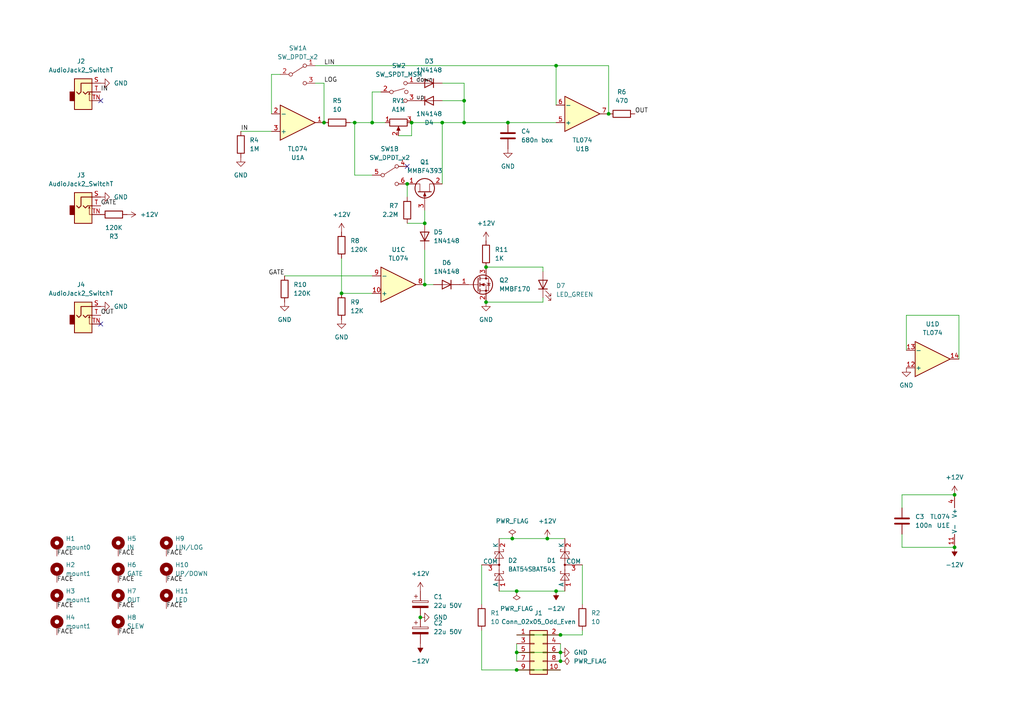
<source format=kicad_sch>
(kicad_sch (version 20230121) (generator eeschema)
  (paper "A4")
  (lib_symbols
    (symbol "Amplifier_Operational:TL074" (pin_names (offset 0.127))
      (property "Reference" "U" (at 0 5.08 0))
      (property "Value" "TL074" (at 0 -5.08 0))
      (symbol "TL074_1_1"
        (polyline (pts (xy -5.08 5.08) (xy 5.08 0) (xy -5.08 -5.08) (xy -5.08 5.08)) (stroke (width 0.254)) (fill (type background)))
        (pin output line (at 7.62 0 180) (length 2.54) (name "~") (number "1"))
        (pin input line (at -7.62 -2.54 0) (length 2.54) (name "-") (number "2"))
        (pin input line (at -7.62 2.54 0) (length 2.54) (name "+") (number "3"))
      )
      (symbol "TL074_2_1"
        (polyline (pts (xy -5.08 5.08) (xy 5.08 0) (xy -5.08 -5.08) (xy -5.08 5.08)) (stroke (width 0.254)) (fill (type background)))
        (pin input line (at -7.62 2.54 0) (length 2.54) (name "+") (number "5"))
        (pin input line (at -7.62 -2.54 0) (length 2.54) (name "-") (number "6"))
        (pin output line (at 7.62 0 180) (length 2.54) (name "~") (number "7"))
      )
      (symbol "TL074_3_1"
        (polyline (pts (xy -5.08 5.08) (xy 5.08 0) (xy -5.08 -5.08) (xy -5.08 5.08)) (stroke (width 0.254)) (fill (type background)))
        (pin input line (at -7.62 2.54 0) (length 2.54) (name "+") (number "10"))
        (pin output line (at 7.62 0 180) (length 2.54) (name "~") (number "8"))
        (pin input line (at -7.62 -2.54 0) (length 2.54) (name "-") (number "9"))
      )
      (symbol "TL074_4_1"
        (polyline (pts (xy -5.08 5.08) (xy 5.08 0) (xy -5.08 -5.08) (xy -5.08 5.08)) (stroke (width 0.254)) (fill (type background)))
        (pin input line (at -7.62 2.54 0) (length 2.54) (name "+") (number "12"))
        (pin input line (at -7.62 -2.54 0) (length 2.54) (name "-") (number "13"))
        (pin output line (at 7.62 0 180) (length 2.54) (name "~") (number "14"))
      )
      (symbol "TL074_5_1"
        (pin power_in line (at -2.54 -7.62 90) (length 3.81) (name "V-") (number "11"))
        (pin power_in line (at -2.54 7.62 270) (length 3.81) (name "V+") (number "4"))
      )
    )
    (symbol "Device:C" (pin_numbers hide) (pin_names (offset 0.254))
      (property "Reference" "C" (at 0.635 2.54 0))
      (property "Value" "C" (at 0.635 -2.54 0))
      (symbol "C_0_1"
        (polyline (pts (xy -2.032 -0.762) (xy 2.032 -0.762)) (stroke (width 0.508)))
        (polyline (pts (xy -2.032 0.762) (xy 2.032 0.762)) (stroke (width 0.508)))
      )
      (symbol "C_1_1"
        (pin passive line (at 0 3.81 270) (length 2.794) (name "~") (number "1"))
        (pin passive line (at 0 -3.81 90) (length 2.794) (name "~") (number "2"))
      )
    )
    (symbol "Device:C_Polarized" (pin_numbers hide) (pin_names (offset 0.254))
      (property "Reference" "C" (at 0.635 2.54 0))
      (property "Value" "C_Polarized" (at 0.635 -2.54 0))
      (symbol "C_Polarized_0_1"
        (rectangle (start -2.286 0.508) (end 2.286 1.016))
        (polyline (pts (xy -1.778 2.286) (xy -0.762 2.286)))
        (polyline (pts (xy -1.27 2.794) (xy -1.27 1.778)))
        (rectangle (start 2.286 -0.508) (end -2.286 -1.016) (fill (type outline)))
      )
      (symbol "C_Polarized_1_1"
        (pin passive line (at 0 3.81 270) (length 2.794) (name "~") (number "1"))
        (pin passive line (at 0 -3.81 90) (length 2.794) (name "~") (number "2"))
      )
    )
    (symbol "Device:D" (pin_numbers hide) (pin_names (offset 1.016) hide)
      (property "Reference" "D" (at 0 2.54 0))
      (property "Value" "D" (at 0 -2.54 0))
      (symbol "D_0_1"
        (polyline (pts (xy -1.27 1.27) (xy -1.27 -1.27)) (stroke (width 0.254)))
        (polyline (pts (xy 1.27 0) (xy -1.27 0)))
        (polyline (pts (xy 1.27 1.27) (xy 1.27 -1.27) (xy -1.27 0) (xy 1.27 1.27)) (stroke (width 0.254)))
      )
      (symbol "D_1_1"
        (pin passive line (at -3.81 0 0) (length 2.54) (name "K") (number "1"))
        (pin passive line (at 3.81 0 180) (length 2.54) (name "A") (number "2"))
      )
    )
    (symbol "Device:LED" (pin_numbers hide) (pin_names (offset 1.016) hide)
      (property "Reference" "D" (at 0 2.54 0))
      (property "Value" "LED" (at 0 -2.54 0))
      (symbol "LED_0_1"
        (polyline (pts (xy -1.27 -1.27) (xy -1.27 1.27)) (stroke (width 0.254)))
        (polyline (pts (xy -1.27 0) (xy 1.27 0)))
        (polyline (pts (xy 1.27 -1.27) (xy 1.27 1.27) (xy -1.27 0) (xy 1.27 -1.27)) (stroke (width 0.254)))
        (polyline (pts (xy -3.048 -0.762) (xy -4.572 -2.286) (xy -3.81 -2.286) (xy -4.572 -2.286) (xy -4.572 -1.524)))
        (polyline (pts (xy -1.778 -0.762) (xy -3.302 -2.286) (xy -2.54 -2.286) (xy -3.302 -2.286) (xy -3.302 -1.524)))
      )
      (symbol "LED_1_1"
        (pin passive line (at -3.81 0 0) (length 2.54) (name "K") (number "1"))
        (pin passive line (at 3.81 0 180) (length 2.54) (name "A") (number "2"))
      )
    )
    (symbol "Device:R" (pin_numbers hide) (pin_names (offset 0))
      (property "Reference" "R" (at 2.032 0 90))
      (property "Value" "R" (at 0 0 90))
      (symbol "R_0_1"
        (rectangle (start -1.016 -2.54) (end 1.016 2.54) (stroke (width 0.254)))
      )
      (symbol "R_1_1"
        (pin passive line (at 0 3.81 270) (length 1.27) (name "~") (number "1"))
        (pin passive line (at 0 -3.81 90) (length 1.27) (name "~") (number "2"))
      )
    )
    (symbol "Device:R_Potentiometer" (pin_names (offset 1.016) hide)
      (property "Reference" "RV" (at -4.445 0 90))
      (property "Value" "R_Potentiometer" (at -2.54 0 90))
      (symbol "R_Potentiometer_0_1"
        (polyline (pts (xy 2.54 0) (xy 1.524 0)))
        (polyline (pts (xy 1.143 0) (xy 2.286 0.508) (xy 2.286 -0.508) (xy 1.143 0)) (fill (type outline)))
        (rectangle (start 1.016 2.54) (end -1.016 -2.54) (stroke (width 0.254)))
      )
      (symbol "R_Potentiometer_1_1"
        (pin passive line (at 0 3.81 270) (length 1.27) (name "1") (number "1"))
        (pin passive line (at 3.81 0 180) (length 1.27) (name "2") (number "2"))
        (pin passive line (at 0 -3.81 90) (length 1.27) (name "3") (number "3"))
      )
    )
    (symbol "Eurorack:AudioJack2_SwitchT"
      (property "Reference" "J" (at 0 8.89 0))
      (property "Value" "AudioJack2_SwitchT" (at 0 6.35 0))
      (symbol "AudioJack2_SwitchT_0_1"
        (rectangle (start -2.54 0) (end -3.81 -2.54) (stroke (width 0.254)) (fill (type outline)))
        (rectangle (start -2.54 3.81) (end 2.54 -5.08) (stroke (width 0.254)) (fill (type background)))
        (polyline (pts (xy 1.778 -0.254) (xy 2.032 -0.762)))
        (polyline (pts (xy 0 0) (xy 0.635 -0.635) (xy 1.27 0) (xy 2.54 0)) (stroke (width 0.254)))
        (polyline (pts (xy 2.54 -2.54) (xy 1.778 -2.54) (xy 1.778 -0.254) (xy 1.524 -0.762)))
        (polyline (pts (xy 2.54 2.54) (xy -0.635 2.54) (xy -0.635 0) (xy -1.27 -0.635) (xy -1.905 0)) (stroke (width 0.254)))
      )
      (symbol "AudioJack2_SwitchT_1_1"
        (pin passive line (at 5.08 2.54 180) (length 2.54) (name "~") (number "S"))
        (pin passive line (at 5.08 0 180) (length 2.54) (name "~") (number "T"))
        (pin passive line (at 5.08 -2.54 180) (length 2.54) (name "~") (number "TN"))
      )
    )
    (symbol "Eurorack:BAT54S" (pin_names (offset 0))
      (property "Reference" "D" (at 2.54 -5.08 0))
      (property "Value" "BAT54S" (at -6.35 3.175 0))
      (symbol "BAT54S_0_1"
        (polyline (pts (xy -3.81 0) (xy -1.27 0)))
        (polyline (pts (xy -3.175 -1.27) (xy -3.175 -1.016)))
        (polyline (pts (xy -2.54 -1.27) (xy -3.175 -1.27)))
        (polyline (pts (xy -2.54 -1.27) (xy -2.54 1.27)))
        (polyline (pts (xy -2.54 1.27) (xy -1.905 1.27)))
        (polyline (pts (xy -1.905 0) (xy 1.905 0)))
        (polyline (pts (xy -1.905 1.27) (xy -1.905 1.016)))
        (polyline (pts (xy 1.27 0) (xy 3.81 0)))
        (polyline (pts (xy 3.175 -1.27) (xy 3.175 -1.016)))
        (polyline (pts (xy 3.81 -1.27) (xy 3.175 -1.27)))
        (polyline (pts (xy 3.81 -1.27) (xy 3.81 1.27)))
        (polyline (pts (xy 3.81 1.27) (xy 4.445 1.27)))
        (polyline (pts (xy 4.445 1.27) (xy 4.445 1.016)))
        (polyline (pts (xy -4.445 1.27) (xy -4.445 -1.27) (xy -2.54 0) (xy -4.445 1.27)))
        (polyline (pts (xy 1.905 1.27) (xy 1.905 -1.27) (xy 3.81 0) (xy 1.905 1.27)))
        (circle (center 0 0) (radius 0.254) (fill (type outline)))
      )
      (symbol "BAT54S_1_1"
        (pin passive line (at -7.62 0 0) (length 3.81) (name "A") (number "1"))
        (pin passive line (at 7.62 0 180) (length 3.81) (name "K") (number "2"))
        (pin passive line (at 0 -5.08 90) (length 5.08) (name "COM") (number "3"))
      )
    )
    (symbol "Eurorack:Conn_02x05_Odd_Even" (pin_names (offset 1.016) hide)
      (property "Reference" "J" (at 1.27 7.62 0))
      (property "Value" "Conn_02x05_Odd_Even" (at 1.27 -7.62 0))
      (symbol "Conn_02x05_Odd_Even_1_1"
        (rectangle (start -1.27 -4.953) (end 0 -5.207) (stroke (width 0.1524)))
        (rectangle (start -1.27 -2.413) (end 0 -2.667) (stroke (width 0.1524)))
        (rectangle (start -1.27 0.127) (end 0 -0.127) (stroke (width 0.1524)))
        (rectangle (start -1.27 2.667) (end 0 2.413) (stroke (width 0.1524)))
        (rectangle (start -1.27 5.207) (end 0 4.953) (stroke (width 0.1524)))
        (rectangle (start -1.27 6.35) (end 3.81 -6.35) (stroke (width 0.254)) (fill (type background)))
        (rectangle (start 3.81 -4.953) (end 2.54 -5.207) (stroke (width 0.1524)))
        (rectangle (start 3.81 -2.413) (end 2.54 -2.667) (stroke (width 0.1524)))
        (rectangle (start 3.81 0.127) (end 2.54 -0.127) (stroke (width 0.1524)))
        (rectangle (start 3.81 2.667) (end 2.54 2.413) (stroke (width 0.1524)))
        (rectangle (start 3.81 5.207) (end 2.54 4.953) (stroke (width 0.1524)))
        (pin passive line (at -5.08 5.08 0) (length 3.81) (name "Pin_1") (number "1"))
        (pin passive line (at 7.62 -5.08 180) (length 3.81) (name "Pin_10") (number "10"))
        (pin passive line (at 7.62 5.08 180) (length 3.81) (name "Pin_2") (number "2"))
        (pin passive line (at -5.08 2.54 0) (length 3.81) (name "Pin_3") (number "3"))
        (pin passive line (at 7.62 2.54 180) (length 3.81) (name "Pin_4") (number "4"))
        (pin passive line (at -5.08 0 0) (length 3.81) (name "Pin_5") (number "5"))
        (pin passive line (at 7.62 0 180) (length 3.81) (name "Pin_6") (number "6"))
        (pin passive line (at -5.08 -2.54 0) (length 3.81) (name "Pin_7") (number "7"))
        (pin passive line (at 7.62 -2.54 180) (length 3.81) (name "Pin_8") (number "8"))
        (pin passive line (at -5.08 -5.08 0) (length 3.81) (name "Pin_9") (number "9"))
      )
    )
    (symbol "Eurorack:MountingHole_Pad_Output" (pin_numbers hide) (pin_names (offset 1.016) hide) (in_bom no)
      (property "Reference" "H" (at 0 6.35 0))
      (property "Value" "MountingHole_Pad_Output" (at 0 4.445 0))
      (symbol "MountingHole_Pad_Output_0_1"
        (circle (center 0 1.27) (radius 1.27) (stroke (width 1.27)))
      )
      (symbol "MountingHole_Pad_Output_1_1"
        (pin output line (at 0 -2.54 90) (length 2.54) (name "1") (number "1"))
      )
    )
    (symbol "Mechanical:MountingHole_Pad" (pin_numbers hide) (pin_names (offset 1.016) hide)
      (property "Reference" "H" (at 0 6.35 0))
      (property "Value" "MountingHole_Pad" (at 0 4.445 0))
      (symbol "MountingHole_Pad_0_1"
        (circle (center 0 1.27) (radius 1.27) (stroke (width 1.27)))
      )
      (symbol "MountingHole_Pad_1_1"
        (pin input line (at 0 -2.54 90) (length 2.54) (name "1") (number "1"))
      )
    )
    (symbol "Switch:SW_DPDT_x2" (pin_names (offset 0) hide)
      (property "Reference" "SW" (at 0 4.318 0))
      (property "Value" "SW_DPDT_x2" (at 0 -5.08 0))
      (symbol "SW_DPDT_x2_0_0"
        (circle (center -2.032 0) (radius 0.508))
        (circle (center 2.032 -2.54) (radius 0.508))
      )
      (symbol "SW_DPDT_x2_0_1"
        (polyline (pts (xy -1.524 0.254) (xy 1.651 2.286)))
        (circle (center 2.032 2.54) (radius 0.508))
      )
      (symbol "SW_DPDT_x2_1_1"
        (pin passive line (at 5.08 2.54 180) (length 2.54) (name "A") (number "1"))
        (pin passive line (at -5.08 0 0) (length 2.54) (name "B") (number "2"))
        (pin passive line (at 5.08 -2.54 180) (length 2.54) (name "C") (number "3"))
      )
      (symbol "SW_DPDT_x2_2_1"
        (pin passive line (at 5.08 2.54 180) (length 2.54) (name "A") (number "4"))
        (pin passive line (at -5.08 0 0) (length 2.54) (name "B") (number "5"))
        (pin passive line (at 5.08 -2.54 180) (length 2.54) (name "C") (number "6"))
      )
    )
    (symbol "Switch:SW_SPDT_MSM" (pin_names (offset 0) hide)
      (property "Reference" "SW" (at 0 5.08 0))
      (property "Value" "SW_SPDT_MSM" (at 0 -5.08 0))
      (symbol "SW_SPDT_MSM_0_0"
        (circle (center -2.032 0) (radius 0.508))
        (polyline (pts (xy -1.524 0.127) (xy 1.778 1.016)))
        (circle (center 2.032 -2.54) (radius 0.508))
      )
      (symbol "SW_SPDT_MSM_0_1"
        (circle (center 2.032 2.54) (radius 0.508))
        (circle (center 2.286 0) (radius 0.508))
      )
      (symbol "SW_SPDT_MSM_1_1"
        (pin passive line (at 5.08 2.54 180) (length 2.54) (name "1") (number "1"))
        (pin passive line (at -5.08 0 0) (length 2.54) (name "2") (number "2"))
        (pin passive line (at 5.08 -2.54 180) (length 2.54) (name "3") (number "3"))
      )
    )
    (symbol "Transistor_FET:MMBF170" (pin_names hide)
      (property "Reference" "Q" (at 5.08 1.905 0))
      (property "Value" "MMBF170" (at 5.08 0 0))
      (symbol "MMBF170_0_1"
        (polyline (pts (xy 0.254 0) (xy -2.54 0)))
        (polyline (pts (xy 0.254 1.905) (xy 0.254 -1.905)) (stroke (width 0.254)))
        (polyline (pts (xy 0.762 -1.27) (xy 0.762 -2.286)) (stroke (width 0.254)))
        (polyline (pts (xy 0.762 0.508) (xy 0.762 -0.508)) (stroke (width 0.254)))
        (polyline (pts (xy 0.762 2.286) (xy 0.762 1.27)) (stroke (width 0.254)))
        (polyline (pts (xy 2.54 2.54) (xy 2.54 1.778)))
        (polyline (pts (xy 2.54 -2.54) (xy 2.54 0) (xy 0.762 0)))
        (polyline (pts (xy 0.762 -1.778) (xy 3.302 -1.778) (xy 3.302 1.778) (xy 0.762 1.778)))
        (polyline (pts (xy 1.016 0) (xy 2.032 0.381) (xy 2.032 -0.381) (xy 1.016 0)) (fill (type outline)))
        (polyline (pts (xy 2.794 0.508) (xy 2.921 0.381) (xy 3.683 0.381) (xy 3.81 0.254)))
        (polyline (pts (xy 3.302 0.381) (xy 2.921 -0.254) (xy 3.683 -0.254) (xy 3.302 0.381)))
        (circle (center 1.651 0) (radius 2.794) (stroke (width 0.254)))
        (circle (center 2.54 -1.778) (radius 0.254) (fill (type outline)))
        (circle (center 2.54 1.778) (radius 0.254) (fill (type outline)))
      )
      (symbol "MMBF170_1_1"
        (pin input line (at -5.08 0 0) (length 2.54) (name "G") (number "1"))
        (pin passive line (at 2.54 -5.08 90) (length 2.54) (name "S") (number "2"))
        (pin passive line (at 2.54 5.08 270) (length 2.54) (name "D") (number "3"))
      )
    )
    (symbol "Transistor_FET:MMBF4393" (pin_names hide)
      (property "Reference" "Q" (at 5.08 1.905 0))
      (property "Value" "MMBF4393" (at 5.08 0 0))
      (symbol "MMBF4393_0_1"
        (polyline (pts (xy 0.254 0) (xy -2.54 0)))
        (polyline (pts (xy 0.254 1.905) (xy 0.254 -1.905)) (stroke (width 0.254)))
        (polyline (pts (xy 2.54 -2.54) (xy 2.54 -1.397) (xy 0.254 -1.397)))
        (polyline (pts (xy 2.54 2.54) (xy 2.54 1.397) (xy 0.254 1.397)))
        (polyline (pts (xy 0 0) (xy -1.016 0.381) (xy -1.016 -0.381) (xy 0 0)) (fill (type outline)))
        (circle (center 1.27 0) (radius 2.8194) (stroke (width 0.254)))
      )
      (symbol "MMBF4393_1_1"
        (pin passive line (at 2.54 5.08 270) (length 2.54) (name "D") (number "1"))
        (pin passive line (at 2.54 -5.08 90) (length 2.54) (name "S") (number "2"))
        (pin input line (at -5.08 0 0) (length 2.54) (name "G") (number "3"))
      )
    )
    (symbol "power:+12V" (power) (pin_names (offset 0))
      (property "Value" "+12V" (at 0 3.556 0))
      (symbol "+12V_0_1"
        (polyline (pts (xy -0.762 1.27) (xy 0 2.54)))
        (polyline (pts (xy 0 0) (xy 0 2.54)))
        (polyline (pts (xy 0 2.54) (xy 0.762 1.27)))
      )
      (symbol "+12V_1_1"
        (pin power_in line (at 0 0 90) (length 0) hide (name "+12V") (number "1"))
      )
    )
    (symbol "power:-12V" (power) (pin_names (offset 0))
      (property "Value" "-12V" (at 0 3.81 0))
      (symbol "-12V_0_0"
        (pin power_in line (at 0 0 90) (length 0) hide (name "-12V") (number "1"))
      )
      (symbol "-12V_0_1"
        (polyline (pts (xy 0 0) (xy 0 1.27) (xy 0.762 1.27) (xy 0 2.54) (xy -0.762 1.27) (xy 0 1.27)) (fill (type outline)))
      )
    )
    (symbol "power:GND" (power) (pin_names (offset 0))
      (property "Value" "GND" (at 0 -3.81 0))
      (symbol "GND_0_1"
        (polyline (pts (xy 0 0) (xy 0 -1.27) (xy 1.27 -1.27) (xy 0 -2.54) (xy -1.27 -1.27) (xy 0 -1.27)))
      )
      (symbol "GND_1_1"
        (pin power_in line (at 0 0 270) (length 0) hide (name "GND") (number "1"))
      )
    )
    (symbol "power:PWR_FLAG" (power) (pin_numbers hide) (pin_names (offset 0) hide)
      (property "Value" "PWR_FLAG" (at 0 3.81 0))
      (symbol "PWR_FLAG_0_0"
        (pin power_out line (at 0 0 90) (length 0) (name "pwr") (number "1"))
      )
      (symbol "PWR_FLAG_0_1"
        (polyline (pts (xy 0 0) (xy 0 1.27) (xy -1.016 1.905) (xy 0 2.54) (xy 1.016 1.905) (xy 0 1.27)))
      )
    )
  )
  (junction (at 128.27 35.56))
  (junction (at 149.86 171.45))
  (junction (at 107.95 35.56))
  (junction (at 176.53 33.02))
  (junction (at 149.86 194.31))
  (junction (at 148.59 156.21))
  (junction (at 119.38 35.56))
  (junction (at 140.97 77.47))
  (junction (at 99.06 85.09))
  (junction (at 123.19 64.77))
  (junction (at 162.56 191.77))
  (junction (at 149.86 189.23))
  (junction (at 134.62 35.56))
  (junction (at 161.29 171.45))
  (junction (at 121.92 179.07))
  (junction (at 276.86 143.51))
  (junction (at 102.87 35.56))
  (junction (at 147.32 35.56))
  (junction (at 93.98 35.56))
  (junction (at 134.62 29.21))
  (junction (at 158.75 156.21))
  (junction (at 123.19 82.55))
  (junction (at 161.29 19.05))
  (junction (at 162.56 184.15))
  (junction (at 118.11 53.34))
  (junction (at 140.97 87.63))
  (junction (at 162.56 189.23))
  (junction (at 276.86 158.75))
  (no_connect (at 118.11 48.26))
  (no_connect (at 29.21 93.98))
  (no_connect (at 29.21 29.21))
  (wire (pts (xy 69.85 38.1) (xy 78.74 38.1)))
  (wire (pts (xy 123.19 64.77) (xy 123.19 60.96)))
  (wire (pts (xy 144.78 156.21) (xy 148.59 156.21)))
  (wire (pts (xy 123.19 82.55) (xy 125.73 82.55)))
  (wire (pts (xy 123.19 72.39) (xy 123.19 82.55)))
  (wire (pts (xy 148.59 156.21) (xy 158.75 156.21)))
  (wire (pts (xy 157.48 78.74) (xy 157.48 77.47)))
  (wire (pts (xy 168.91 184.15) (xy 168.91 182.88)))
  (wire (pts (xy 149.86 189.23) (xy 162.56 189.23)))
  (wire (pts (xy 278.13 91.44) (xy 278.13 104.14)))
  (wire (pts (xy 118.11 53.34) (xy 118.11 57.15)))
  (wire (pts (xy 144.78 171.45) (xy 149.86 171.45)))
  (wire (pts (xy 262.89 91.44) (xy 278.13 91.44)))
  (wire (pts (xy 149.86 186.69) (xy 149.86 189.23)))
  (wire (pts (xy 128.27 35.56) (xy 128.27 53.34)))
  (wire (pts (xy 118.11 64.77) (xy 123.19 64.77)))
  (wire (pts (xy 99.06 85.09) (xy 107.95 85.09)))
  (wire (pts (xy 261.62 154.94) (xy 261.62 158.75)))
  (wire (pts (xy 78.74 21.59) (xy 81.28 21.59)))
  (wire (pts (xy 147.32 35.56) (xy 134.62 35.56)))
  (wire (pts (xy 147.32 35.56) (xy 161.29 35.56)))
  (wire (pts (xy 101.6 35.56) (xy 102.87 35.56)))
  (wire (pts (xy 140.97 87.63) (xy 157.48 87.63)))
  (wire (pts (xy 261.62 143.51) (xy 276.86 143.51)))
  (wire (pts (xy 134.62 29.21) (xy 134.62 35.56)))
  (wire (pts (xy 134.62 24.13) (xy 128.27 24.13)))
  (wire (pts (xy 91.44 24.13) (xy 93.98 24.13)))
  (wire (pts (xy 162.56 189.23) (xy 162.56 191.77)))
  (wire (pts (xy 110.49 26.67) (xy 107.95 26.67)))
  (wire (pts (xy 262.89 101.6) (xy 262.89 91.44)))
  (wire (pts (xy 149.86 184.15) (xy 162.56 184.15)))
  (wire (pts (xy 149.86 171.45) (xy 161.29 171.45)))
  (wire (pts (xy 134.62 24.13) (xy 134.62 29.21)))
  (wire (pts (xy 119.38 35.56) (xy 119.38 39.37)))
  (wire (pts (xy 162.56 186.69) (xy 162.56 189.23)))
  (wire (pts (xy 161.29 171.45) (xy 163.83 171.45)))
  (wire (pts (xy 91.44 19.05) (xy 161.29 19.05)))
  (wire (pts (xy 82.55 80.01) (xy 107.95 80.01)))
  (wire (pts (xy 139.7 194.31) (xy 139.7 182.88)))
  (wire (pts (xy 261.62 147.32) (xy 261.62 143.51)))
  (wire (pts (xy 162.56 184.15) (xy 168.91 184.15)))
  (wire (pts (xy 149.86 194.31) (xy 139.7 194.31)))
  (wire (pts (xy 107.95 26.67) (xy 107.95 35.56)))
  (wire (pts (xy 139.7 163.83) (xy 139.7 175.26)))
  (wire (pts (xy 119.38 39.37) (xy 115.57 39.37)))
  (wire (pts (xy 261.62 158.75) (xy 276.86 158.75)))
  (wire (pts (xy 78.74 33.02) (xy 78.74 21.59)))
  (wire (pts (xy 102.87 35.56) (xy 107.95 35.56)))
  (wire (pts (xy 99.06 74.93) (xy 99.06 85.09)))
  (wire (pts (xy 157.48 86.36) (xy 157.48 87.63)))
  (wire (pts (xy 161.29 19.05) (xy 176.53 19.05)))
  (wire (pts (xy 161.29 19.05) (xy 161.29 30.48)))
  (wire (pts (xy 162.56 194.31) (xy 149.86 194.31)))
  (wire (pts (xy 107.95 35.56) (xy 111.76 35.56)))
  (wire (pts (xy 102.87 50.8) (xy 107.95 50.8)))
  (wire (pts (xy 134.62 29.21) (xy 128.27 29.21)))
  (wire (pts (xy 140.97 77.47) (xy 157.48 77.47)))
  (wire (pts (xy 134.62 35.56) (xy 128.27 35.56)))
  (wire (pts (xy 149.86 189.23) (xy 149.86 191.77)))
  (wire (pts (xy 168.91 163.83) (xy 168.91 175.26)))
  (wire (pts (xy 158.75 156.21) (xy 163.83 156.21)))
  (wire (pts (xy 119.38 35.56) (xy 128.27 35.56)))
  (wire (pts (xy 102.87 35.56) (xy 102.87 50.8)))
  (wire (pts (xy 93.98 24.13) (xy 93.98 35.56)))
  (wire (pts (xy 176.53 19.05) (xy 176.53 33.02)))
  (label "FACE" (at 34.29 168.91 0))
  (label "FACE" (at 16.51 184.15 0))
  (label "FACE" (at 34.29 161.29 0))
  (label "FACE" (at 34.29 184.15 0))
  (label "GATE" (at 82.55 80.01 180))
  (label "LOG" (at 93.98 24.13 0))
  (label "OUT" (at 184.15 33.02 0))
  (label "FACE" (at 16.51 161.29 0))
  (label "LIN" (at 93.98 19.05 0))
  (label "down" (at 120.65 24.13 0))
  (label "GATE" (at 29.21 59.69 0))
  (label "IN" (at 69.85 38.1 0))
  (label "FACE" (at 16.51 176.53 0))
  (label "OUT" (at 29.21 91.44 0))
  (label "up" (at 120.65 29.21 0))
  (label "FACE" (at 48.26 161.29 0))
  (label "FACE" (at 48.26 168.91 0))
  (label "IN" (at 29.21 26.67 0))
  (label "FACE" (at 34.29 176.53 0))
  (label "FACE" (at 16.51 168.91 0))
  (label "FACE" (at 48.26 176.53 0))
  (symbol (lib_id "power:-12V") (at 161.29 171.45 180) (unit 1)
    (property "Reference" "#PWR05" (effects hide))
    (property "Value" "-12V" (at 161.29 176.53 0))
  )
  (symbol (lib_id "Mechanical:MountingHole_Pad") (at 34.29 181.61 0) (unit 1) (in_bom no)
    (property "Reference" "H8" (at 36.83 179.07 0) (effects (justify left)))
    (property "Value" "SLEW" (at 36.83 181.61 0) (effects (justify left)))
    (property "Footprint" "Eurorack:Mech-Potentiometer-Hole_level_90deg" (effects hide))
  )
  (symbol (lib_id "Mechanical:MountingHole_Pad") (at 34.29 158.75 0) (unit 1) (in_bom no)
    (property "Reference" "H5" (at 36.83 156.21 0) (effects (justify left)))
    (property "Value" "IN" (at 36.83 158.75 0) (effects (justify left)))
    (property "Footprint" "Eurorack:Mech-AudioJack-Hole-Input-Voct" (effects hide))
  )
  (symbol (lib_id "Device:R") (at 180.34 33.02 90) (unit 1)
    (property "Reference" "R6" (at 180.34 26.67 90))
    (property "Value" "470" (at 180.34 29.21 90))
    (property "Footprint" "Resistor_SMD:R_0805_2012Metric" (effects hide))
  )
  (symbol (lib_id "power:GND") (at 69.85 45.72 0) (unit 1)
    (property "Reference" "#PWR013" (effects hide))
    (property "Value" "GND" (at 69.85 50.8 0))
  )
  (symbol (lib_id "Amplifier_Operational:TL074") (at 270.51 104.14 0) (mirror x) (unit 4)
    (property "Reference" "U1" (at 270.51 93.98 0))
    (property "Value" "TL074" (at 270.51 96.52 0))
    (property "Footprint" "Package_SO:SOIC-14_3.9x8.7mm_P1.27mm" (effects hide))
    (property "Datasheet" "http://www.ti.com/lit/ds/symlink/tl071.pdf" (effects hide))
    (property "Vendor" "Mouser" (effects hide))
    (property "PartNum" "595-TL074CDR" (effects hide))
  )
  (symbol (lib_id "Device:R") (at 140.97 73.66 0) (unit 1)
    (property "Reference" "R11" (at 143.51 72.39 0) (effects (justify left)))
    (property "Value" "1K" (at 143.51 74.93 0) (effects (justify left)))
    (property "Footprint" "Resistor_SMD:R_0805_2012Metric" (effects hide))
  )
  (symbol (lib_id "Eurorack:AudioJack2_SwitchT") (at 24.13 26.67 0) (unit 1)
    (property "Reference" "J2" (at 23.495 17.78 0))
    (property "Value" "AudioJack2_SwitchT" (at 23.495 20.32 0))
    (property "Footprint" "Eurorack:AudioJack2_Tayda_A-2566" (effects hide))
    (property "Vendor" "Tayda" (effects hide))
    (property "PartNum" "A-2566" (effects hide))
  )
  (symbol (lib_id "Eurorack:AudioJack2_SwitchT") (at 24.13 91.44 0) (unit 1)
    (property "Reference" "J4" (at 23.495 82.55 0))
    (property "Value" "AudioJack2_SwitchT" (at 23.495 85.09 0))
    (property "Footprint" "Eurorack:AudioJack2_Tayda_A-2566" (effects hide))
    (property "Vendor" "Tayda" (effects hide))
    (property "PartNum" "A-2566" (effects hide))
  )
  (symbol (lib_id "Device:LED") (at 157.48 82.55 90) (unit 1)
    (property "Reference" "D7" (at 161.29 82.8675 90) (effects (justify right)))
    (property "Value" "LED_GREEN" (at 161.29 85.4075 90) (effects (justify right)))
    (property "Footprint" "LED_THT:LED_D3.0mm" (effects hide))
  )
  (symbol (lib_id "Mechanical:MountingHole_Pad") (at 48.26 158.75 0) (unit 1) (in_bom no)
    (property "Reference" "H9" (at 50.8 156.21 0) (effects (justify left)))
    (property "Value" "LIN/LOG" (at 50.8 158.75 0) (effects (justify left)))
    (property "Footprint" "Eurorack:Mech-2M_Switch-Hole" (effects hide))
  )
  (symbol (lib_id "Mechanical:MountingHole_Pad") (at 34.29 173.99 0) (unit 1) (in_bom no)
    (property "Reference" "H7" (at 36.83 171.45 0) (effects (justify left)))
    (property "Value" "OUT" (at 36.83 173.99 0) (effects (justify left)))
    (property "Footprint" "Eurorack:Mech-AudioJack-Hole-Output-Voct" (effects hide))
  )
  (symbol (lib_id "Transistor_FET:MMBF170") (at 138.43 82.55 0) (unit 1)
    (property "Reference" "Q2" (at 144.78 81.28 0) (effects (justify left)))
    (property "Value" "MMBF170" (at 144.78 83.82 0) (effects (justify left)))
    (property "Footprint" "Package_TO_SOT_SMD:SOT-23" (effects hide))
    (property "Datasheet" "https://www.diodes.com/assets/Datasheets/ds30104.pdf" (effects hide))
    (property "Vendor" "Mouser" (effects hide))
    (property "PartNum" "863-MMBF170LT1G" (effects hide))
  )
  (symbol (lib_id "Device:D") (at 129.54 82.55 180) (unit 1)
    (property "Reference" "D6" (at 129.54 76.2 0))
    (property "Value" "1N4148" (at 129.54 78.74 0))
    (property "Footprint" "Diode_SMD:D_SOD-323_HandSoldering" (effects hide))
    (property "Sim.Device" "D" (effects hide))
    (property "Sim.Pins" "1=K 2=A" (effects hide))
  )
  (symbol (lib_id "Device:R") (at 99.06 88.9 0) (unit 1)
    (property "Reference" "R9" (at 101.6 87.63 0) (effects (justify left)))
    (property "Value" "12K" (at 101.6 90.17 0) (effects (justify left)))
    (property "Footprint" "Resistor_SMD:R_0805_2012Metric" (effects hide))
  )
  (symbol (lib_id "Eurorack:MountingHole_Pad_Output") (at 16.51 158.75 0) (unit 1) (in_bom no)
    (property "Reference" "H1" (at 19.05 156.21 0) (effects (justify left)))
    (property "Value" "mount0" (at 19.05 158.75 0) (effects (justify left)))
    (property "Footprint" "Eurorack:Mech-MountingHole" (effects hide))
  )
  (symbol (lib_id "Eurorack:BAT54S") (at 163.83 163.83 90) (unit 1)
    (property "Reference" "D1" (at 161.29 162.56 90) (effects (justify left)))
    (property "Value" "BAT54S" (at 161.29 165.1 90) (effects (justify left)))
    (property "Footprint" "Package_TO_SOT_SMD:SOT-23" (effects hide))
    (property "Datasheet" "https://www.diodes.com/assets/Datasheets/ds11005.pdf" (effects hide))
    (property "Vendor" "Mouser" (effects hide))
    (property "PartNum" "863-BAT54SLT1G" (effects hide))
  )
  (symbol (lib_id "Mechanical:MountingHole_Pad") (at 34.29 166.37 0) (unit 1) (in_bom no)
    (property "Reference" "H6" (at 36.83 163.83 0) (effects (justify left)))
    (property "Value" "GATE" (at 36.83 166.37 0) (effects (justify left)))
    (property "Footprint" "Eurorack:Mech-AudioJack-Hole-Input-Gate" (effects hide))
  )
  (symbol (lib_id "Device:R") (at 168.91 179.07 0) (unit 1)
    (property "Reference" "R2" (at 171.45 177.8 0) (effects (justify left)))
    (property "Value" "10" (at 171.45 180.34 0) (effects (justify left)))
    (property "Footprint" "Resistor_SMD:R_0805_2012Metric" (effects hide))
  )
  (symbol (lib_id "Device:R") (at 33.02 62.23 270) (mirror x) (unit 1)
    (property "Reference" "R3" (at 33.02 68.58 90))
    (property "Value" "120K" (at 33.02 66.04 90))
    (property "Footprint" "Resistor_SMD:R_0805_2012Metric" (effects hide))
  )
  (symbol (lib_id "Switch:SW_DPDT_x2") (at 86.36 21.59 0) (unit 1)
    (property "Reference" "SW1" (at 86.36 13.97 0))
    (property "Value" "SW_DPDT_x2" (at 86.36 16.51 0))
    (property "Footprint" "Eurorack:Switch_DPDT_Tayda_A-5752" (effects hide))
    (property "Vendor" "Tayda" (effects hide))
    (property "PartNum" "A-6809" (effects hide))
  )
  (symbol (lib_id "Eurorack:BAT54S") (at 144.78 163.83 270) (mirror x) (unit 1)
    (property "Reference" "D2" (at 147.32 162.56 90) (effects (justify left)))
    (property "Value" "BAT54S" (at 147.32 165.1 90) (effects (justify left)))
    (property "Footprint" "Package_TO_SOT_SMD:SOT-23" (effects hide))
    (property "Datasheet" "https://www.diodes.com/assets/Datasheets/ds11005.pdf" (effects hide))
    (property "Vendor" "Mouser" (effects hide))
    (property "PartNum" "863-BAT54SLT1G" (effects hide))
  )
  (symbol (lib_id "Mechanical:MountingHole_Pad") (at 16.51 173.99 0) (unit 1) (in_bom no)
    (property "Reference" "H3" (at 19.05 171.45 0) (effects (justify left)))
    (property "Value" "mount1" (at 19.05 173.99 0) (effects (justify left)))
    (property "Footprint" "Eurorack:Mech-MountingHole" (effects hide))
  )
  (symbol (lib_id "power:PWR_FLAG") (at 148.59 156.21 0) (unit 1)
    (property "Reference" "#FLG03" (effects hide))
    (property "Value" "PWR_FLAG" (at 148.59 151.13 0))
  )
  (symbol (lib_id "Device:R") (at 82.55 83.82 0) (unit 1)
    (property "Reference" "R10" (at 85.09 82.55 0) (effects (justify left)))
    (property "Value" "120K" (at 85.09 85.09 0) (effects (justify left)))
    (property "Footprint" "Resistor_SMD:R_0805_2012Metric" (effects hide))
  )
  (symbol (lib_id "Device:R") (at 97.79 35.56 90) (unit 1)
    (property "Reference" "R5" (at 97.79 29.21 90))
    (property "Value" "10" (at 97.79 31.75 90))
    (property "Footprint" "Resistor_SMD:R_0805_2012Metric" (effects hide))
  )
  (symbol (lib_id "Mechanical:MountingHole_Pad") (at 48.26 166.37 0) (unit 1) (in_bom no)
    (property "Reference" "H10" (at 50.8 163.83 0) (effects (justify left)))
    (property "Value" "UP/DOWN" (at 50.8 166.37 0) (effects (justify left)))
    (property "Footprint" "Eurorack:Mech-2M_Switch-Hole" (effects hide))
  )
  (symbol (lib_id "power:PWR_FLAG") (at 162.56 191.77 270) (unit 1)
    (property "Reference" "#FLG01" (effects hide))
    (property "Value" "PWR_FLAG" (at 166.37 191.77 90) (effects (justify left)))
  )
  (symbol (lib_id "power:+12V") (at 99.06 67.31 0) (unit 1)
    (property "Reference" "#PWR016" (effects hide))
    (property "Value" "+12V" (at 99.06 62.23 0))
  )
  (symbol (lib_id "Amplifier_Operational:TL074") (at 168.91 33.02 0) (mirror x) (unit 2)
    (property "Reference" "U1" (at 168.91 43.18 0))
    (property "Value" "TL074" (at 168.91 40.64 0))
    (property "Footprint" "Package_SO:SOIC-14_3.9x8.7mm_P1.27mm" (effects hide))
    (property "Datasheet" "http://www.ti.com/lit/ds/symlink/tl071.pdf" (effects hide))
    (property "Vendor" "Mouser" (effects hide))
    (property "PartNum" "595-TL074CDR" (effects hide))
  )
  (symbol (lib_id "Transistor_FET:MMBF4393") (at 123.19 55.88 90) (unit 1)
    (property "Reference" "Q1" (at 123.19 46.99 90))
    (property "Value" "MMBF4393" (at 123.19 49.53 90))
    (property "Footprint" "Package_TO_SOT_SMD:SOT-23" (effects hide))
    (property "Datasheet" "https://www.onsemi.com/pub/Collateral/MMBF4391LT1-D.PDF" (effects hide))
    (property "Vendor" "Mouser" (effects hide))
    (property "PartNum" "863-MMBF4393LT1G" (effects hide))
  )
  (symbol (lib_id "Device:D") (at 124.46 29.21 0) (mirror x) (unit 1)
    (property "Reference" "D4" (at 124.46 35.56 0))
    (property "Value" "1N4148" (at 124.46 33.02 0))
    (property "Footprint" "Diode_SMD:D_SOD-323_HandSoldering" (effects hide))
    (property "Sim.Device" "D" (effects hide))
    (property "Sim.Pins" "1=K 2=A" (effects hide))
  )
  (symbol (lib_id "power:GND") (at 121.92 179.07 90) (unit 1)
    (property "Reference" "#PWR02" (effects hide))
    (property "Value" "GND" (at 125.73 179.07 90) (effects (justify right)))
  )
  (symbol (lib_id "power:GND") (at 262.89 106.68 0) (unit 1)
    (property "Reference" "#PWR020" (effects hide))
    (property "Value" "GND" (at 262.89 111.76 0))
  )
  (symbol (lib_id "Device:R") (at 69.85 41.91 0) (unit 1)
    (property "Reference" "R4" (at 72.39 40.64 0) (effects (justify left)))
    (property "Value" "1M" (at 72.39 43.18 0) (effects (justify left)))
    (property "Footprint" "Resistor_SMD:R_0805_2012Metric" (effects hide))
  )
  (symbol (lib_id "Device:D") (at 123.19 68.58 90) (unit 1)
    (property "Reference" "D5" (at 125.73 67.31 90) (effects (justify right)))
    (property "Value" "1N4148" (at 125.73 69.85 90) (effects (justify right)))
    (property "Footprint" "Diode_SMD:D_SOD-323_HandSoldering" (effects hide))
    (property "Sim.Device" "D" (effects hide))
    (property "Sim.Pins" "1=K 2=A" (effects hide))
  )
  (symbol (lib_id "power:PWR_FLAG") (at 149.86 171.45 180) (unit 1)
    (property "Reference" "#FLG02" (effects hide))
    (property "Value" "PWR_FLAG" (at 149.86 176.53 0))
  )
  (symbol (lib_id "Mechanical:MountingHole_Pad") (at 16.51 181.61 0) (unit 1) (in_bom no)
    (property "Reference" "H4" (at 19.05 179.07 0) (effects (justify left)))
    (property "Value" "mount1" (at 19.05 181.61 0) (effects (justify left)))
    (property "Footprint" "Eurorack:Mech-MountingHole" (effects hide))
  )
  (symbol (lib_id "Device:C_Polarized") (at 121.92 182.88 0) (unit 1)
    (property "Reference" "C2" (at 125.73 180.721 0) (effects (justify left)))
    (property "Value" "22u 50V" (at 125.73 183.261 0) (effects (justify left)))
    (property "Footprint" "Capacitor_THT:CP_Radial_D5.0mm_P2.50mm" (effects hide))
  )
  (symbol (lib_id "Eurorack:Conn_02x05_Odd_Even") (at 154.94 189.23 0) (unit 1)
    (property "Reference" "J1" (at 156.21 177.8 0))
    (property "Value" "Conn_02x05_Odd_Even" (at 156.21 180.34 0))
    (property "Footprint" "Eurorack:PinHeader_2x05_P2.54mm_Vertical" (effects hide))
    (property "Vendor" "Tayda" (effects hide))
    (property "PartNum" "A-2939" (effects hide))
  )
  (symbol (lib_id "Device:R") (at 99.06 71.12 0) (unit 1)
    (property "Reference" "R8" (at 101.6 69.85 0) (effects (justify left)))
    (property "Value" "120K" (at 101.6 72.39 0) (effects (justify left)))
    (property "Footprint" "Resistor_SMD:R_0805_2012Metric" (effects hide))
  )
  (symbol (lib_id "Amplifier_Operational:TL074") (at 279.4 151.13 0) (unit 5)
    (property "Reference" "U1" (at 275.59 152.4 0) (effects (justify right)))
    (property "Value" "TL074" (at 275.59 149.86 0) (effects (justify right)))
    (property "Footprint" "Package_SO:SOIC-14_3.9x8.7mm_P1.27mm" (effects hide))
    (property "Datasheet" "http://www.ti.com/lit/ds/symlink/tl071.pdf" (effects hide))
    (property "Vendor" "Mouser" (effects hide))
    (property "PartNum" "595-TL074CDR" (effects hide))
  )
  (symbol (lib_id "Mechanical:MountingHole_Pad") (at 16.51 166.37 0) (unit 1) (in_bom no)
    (property "Reference" "H2" (at 19.05 163.83 0) (effects (justify left)))
    (property "Value" "mount1" (at 19.05 166.37 0) (effects (justify left)))
    (property "Footprint" "Eurorack:Mech-MountingHole" (effects hide))
  )
  (symbol (lib_id "Amplifier_Operational:TL074") (at 86.36 35.56 0) (mirror x) (unit 1)
    (property "Reference" "U1" (at 86.36 45.72 0))
    (property "Value" "TL074" (at 86.36 43.18 0))
    (property "Footprint" "Package_SO:SOIC-14_3.9x8.7mm_P1.27mm" (effects hide))
    (property "Datasheet" "http://www.ti.com/lit/ds/symlink/tl071.pdf" (effects hide))
    (property "Vendor" "Mouser" (effects hide))
    (property "PartNum" "595-TL074CDR" (effects hide))
  )
  (symbol (lib_id "power:GND") (at 29.21 24.13 90) (unit 1)
    (property "Reference" "#PWR07" (effects hide))
    (property "Value" "GND" (at 33.02 24.13 90) (effects (justify right)))
  )
  (symbol (lib_id "power:-12V") (at 121.92 186.69 180) (unit 1)
    (property "Reference" "#PWR06" (effects hide))
    (property "Value" "-12V" (at 121.92 191.77 0))
  )
  (symbol (lib_id "Device:C_Polarized") (at 121.92 175.26 0) (unit 1)
    (property "Reference" "C1" (at 125.73 173.101 0) (effects (justify left)))
    (property "Value" "22u 50V" (at 125.73 175.641 0) (effects (justify left)))
    (property "Footprint" "Capacitor_THT:CP_Radial_D5.0mm_P2.50mm" (effects hide))
  )
  (symbol (lib_id "power:GND") (at 140.97 87.63 0) (unit 1)
    (property "Reference" "#PWR018" (effects hide))
    (property "Value" "GND" (at 140.97 92.71 0))
  )
  (symbol (lib_id "Device:C") (at 147.32 39.37 0) (unit 1)
    (property "Reference" "C4" (at 151.13 38.1 0) (effects (justify left)))
    (property "Value" "680n box" (at 151.13 40.64 0) (effects (justify left)))
    (property "Footprint" "Capacitor_THT:C_Rect_L7.2mm_W4.5mm_P5.00mm_FKS2_FKP2_MKS2_MKP2" (effects hide))
  )
  (symbol (lib_id "Device:R") (at 139.7 179.07 0) (unit 1)
    (property "Reference" "R1" (at 142.24 177.8 0) (effects (justify left)))
    (property "Value" "10" (at 142.24 180.34 0) (effects (justify left)))
    (property "Footprint" "Resistor_SMD:R_0805_2012Metric" (effects hide))
  )
  (symbol (lib_id "power:+12V") (at 36.83 62.23 270) (unit 1)
    (property "Reference" "#PWR010" (effects hide))
    (property "Value" "+12V" (at 40.64 62.23 90) (effects (justify left)))
  )
  (symbol (lib_id "power:GND") (at 29.21 88.9 90) (unit 1)
    (property "Reference" "#PWR09" (effects hide))
    (property "Value" "GND" (at 33.02 88.9 90) (effects (justify right)))
  )
  (symbol (lib_id "Device:C") (at 261.62 151.13 0) (unit 1)
    (property "Reference" "C3" (at 265.43 149.86 0) (effects (justify left)))
    (property "Value" "100n" (at 265.43 152.4 0) (effects (justify left)))
    (property "Footprint" "Capacitor_SMD:C_0805_2012Metric" (effects hide))
  )
  (symbol (lib_id "Device:R") (at 118.11 60.96 0) (mirror y) (unit 1)
    (property "Reference" "R7" (at 115.57 59.69 0) (effects (justify left)))
    (property "Value" "2.2M" (at 115.57 62.23 0) (effects (justify left)))
    (property "Footprint" "Resistor_SMD:R_0805_2012Metric" (effects hide))
  )
  (symbol (lib_id "Mechanical:MountingHole_Pad") (at 48.26 173.99 0) (unit 1) (in_bom no)
    (property "Reference" "H11" (at 50.8 171.45 0) (effects (justify left)))
    (property "Value" "LED" (at 50.8 173.99 0) (effects (justify left)))
    (property "Footprint" "Eurorack:Mech-LED-Hole-3mm-Bezel" (effects hide))
  )
  (symbol (lib_id "Eurorack:AudioJack2_SwitchT") (at 24.13 59.69 0) (unit 1)
    (property "Reference" "J3" (at 23.495 50.8 0))
    (property "Value" "AudioJack2_SwitchT" (at 23.495 53.34 0))
    (property "Footprint" "Eurorack:AudioJack2_Tayda_A-2566" (effects hide))
    (property "Vendor" "Tayda" (effects hide))
    (property "PartNum" "A-2566" (effects hide))
  )
  (symbol (lib_id "power:+12V") (at 140.97 69.85 0) (unit 1)
    (property "Reference" "#PWR019" (effects hide))
    (property "Value" "+12V" (at 140.97 64.77 0))
  )
  (symbol (lib_id "power:GND") (at 162.56 189.23 90) (unit 1)
    (property "Reference" "#PWR01" (effects hide))
    (property "Value" "GND" (at 166.37 189.23 90) (effects (justify right)))
  )
  (symbol (lib_id "power:+12V") (at 121.92 171.45 0) (unit 1)
    (property "Reference" "#PWR04" (effects hide))
    (property "Value" "+12V" (at 121.92 166.37 0))
  )
  (symbol (lib_id "Switch:SW_DPDT_x2") (at 113.03 50.8 0) (unit 2)
    (property "Reference" "SW1" (at 113.03 43.18 0))
    (property "Value" "SW_DPDT_x2" (at 113.03 45.72 0))
    (property "Footprint" "Eurorack:Switch_DPDT_Tayda_A-5752" (effects hide))
    (property "Vendor" "Tayda" (effects hide))
    (property "PartNum" "A-6809" (effects hide))
  )
  (symbol (lib_id "power:GND") (at 147.32 43.18 0) (unit 1)
    (property "Reference" "#PWR014" (effects hide))
    (property "Value" "GND" (at 147.32 48.26 0))
  )
  (symbol (lib_id "Device:R_Potentiometer") (at 115.57 35.56 90) (mirror x) (unit 1)
    (property "Reference" "RV1" (at 115.57 29.21 90))
    (property "Value" "A1M" (at 115.57 31.75 90))
    (property "Footprint" "Eurorack:Potentiometer_RV16AF-41-15R1" (effects hide))
    (property "Vendor" "Tayda" (effects hide))
    (property "PartNum" "A-2425" (effects hide))
  )
  (symbol (lib_id "power:GND") (at 29.21 57.15 90) (unit 1)
    (property "Reference" "#PWR08" (effects hide))
    (property "Value" "GND" (at 33.02 57.15 90) (effects (justify right)))
  )
  (symbol (lib_id "power:-12V") (at 276.86 158.75 180) (unit 1)
    (property "Reference" "#PWR012" (effects hide))
    (property "Value" "-12V" (at 276.86 163.83 0))
  )
  (symbol (lib_id "power:+12V") (at 158.75 156.21 0) (unit 1)
    (property "Reference" "#PWR03" (effects hide))
    (property "Value" "+12V" (at 158.75 151.13 0))
  )
  (symbol (lib_id "power:GND") (at 82.55 87.63 0) (unit 1)
    (property "Reference" "#PWR017" (effects hide))
    (property "Value" "GND" (at 82.55 92.71 0))
  )
  (symbol (lib_id "Device:D") (at 124.46 24.13 180) (unit 1)
    (property "Reference" "D3" (at 124.46 17.78 0))
    (property "Value" "1N4148" (at 124.46 20.32 0))
    (property "Footprint" "Diode_SMD:D_SOD-323_HandSoldering" (effects hide))
    (property "Sim.Device" "D" (effects hide))
    (property "Sim.Pins" "1=K 2=A" (effects hide))
  )
  (symbol (lib_id "Switch:SW_SPDT_MSM") (at 115.57 26.67 0) (unit 1)
    (property "Reference" "SW2" (at 115.697 19.05 0))
    (property "Value" "SW_SPDT_MSM" (at 115.697 21.59 0))
    (property "Footprint" "Eurorack:Switch_SPDT_Tayda_A-5751" (effects hide))
    (property "Vendor" "Tayda" (effects hide))
    (property "PartNum" "A-5671" (effects hide))
  )
  (symbol (lib_id "Amplifier_Operational:TL074") (at 115.57 82.55 0) (mirror x) (unit 3)
    (property "Reference" "U1" (at 115.57 72.39 0))
    (property "Value" "TL074" (at 115.57 74.93 0))
    (property "Footprint" "Package_SO:SOIC-14_3.9x8.7mm_P1.27mm" (effects hide))
    (property "Datasheet" "http://www.ti.com/lit/ds/symlink/tl071.pdf" (effects hide))
    (property "Vendor" "Mouser" (effects hide))
    (property "PartNum" "595-TL074CDR" (effects hide))
  )
  (symbol (lib_id "power:+12V") (at 276.86 143.51 0) (unit 1)
    (property "Reference" "#PWR011" (effects hide))
    (property "Value" "+12V" (at 276.86 138.43 0))
  )
  (symbol (lib_id "power:GND") (at 99.06 92.71 0) (unit 1)
    (property "Reference" "#PWR015" (effects hide))
    (property "Value" "GND" (at 99.06 97.79 0))
  )
)
</source>
